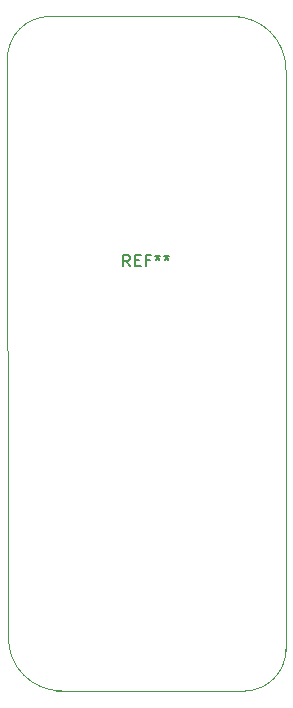
<source format=gbr>
G04 #@! TF.FileFunction,Other,Fab,Top*
%FSLAX46Y46*%
G04 Gerber Fmt 4.6, Leading zero omitted, Abs format (unit mm)*
G04 Created by KiCad (PCBNEW 4.0.4+e1-6308~48~ubuntu14.04.1-stable) date Fri Nov 18 15:56:57 2016*
%MOMM*%
%LPD*%
G01*
G04 APERTURE LIST*
%ADD10C,0.100000*%
%ADD11C,0.040640*%
%ADD12C,0.150000*%
G04 APERTURE END LIST*
D10*
D11*
X114000000Y-123001000D02*
X114000000Y-73801000D01*
X90400000Y-72801000D02*
X90500000Y-122001000D01*
X114000000Y-73801000D02*
G75*
G03X109500000Y-69301000I-4500000J0D01*
G01*
X94000000Y-69301000D02*
X110000000Y-69301000D01*
X94000000Y-69301000D02*
G75*
G03X90406284Y-72900995I6284J-3599995D01*
G01*
X110493592Y-126404468D02*
X94493592Y-126404468D01*
X90493592Y-121904468D02*
G75*
G03X94993592Y-126404468I4500000J0D01*
G01*
X110499701Y-126404463D02*
G75*
G03X113993592Y-122904468I-6109J3499995D01*
G01*
D12*
X100794667Y-90469381D02*
X100461333Y-89993190D01*
X100223238Y-90469381D02*
X100223238Y-89469381D01*
X100604191Y-89469381D01*
X100699429Y-89517000D01*
X100747048Y-89564619D01*
X100794667Y-89659857D01*
X100794667Y-89802714D01*
X100747048Y-89897952D01*
X100699429Y-89945571D01*
X100604191Y-89993190D01*
X100223238Y-89993190D01*
X101223238Y-89945571D02*
X101556572Y-89945571D01*
X101699429Y-90469381D02*
X101223238Y-90469381D01*
X101223238Y-89469381D01*
X101699429Y-89469381D01*
X102461334Y-89945571D02*
X102128000Y-89945571D01*
X102128000Y-90469381D02*
X102128000Y-89469381D01*
X102604191Y-89469381D01*
X103128000Y-89469381D02*
X103128000Y-89707476D01*
X102889905Y-89612238D02*
X103128000Y-89707476D01*
X103366096Y-89612238D01*
X102985143Y-89897952D02*
X103128000Y-89707476D01*
X103270858Y-89897952D01*
X103889905Y-89469381D02*
X103889905Y-89707476D01*
X103651810Y-89612238D02*
X103889905Y-89707476D01*
X104128001Y-89612238D01*
X103747048Y-89897952D02*
X103889905Y-89707476D01*
X104032763Y-89897952D01*
M02*

</source>
